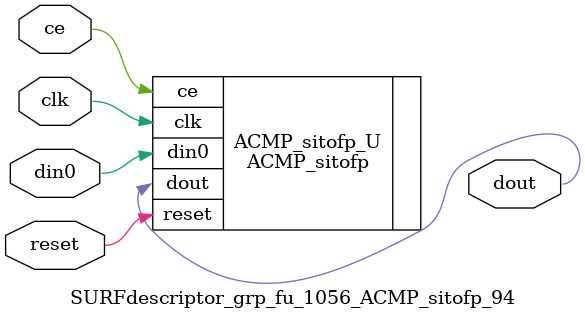
<source format=v>

`timescale 1 ns / 1 ps
module SURFdescriptor_grp_fu_1056_ACMP_sitofp_94(
    clk,
    reset,
    ce,
    din0,
    dout);

parameter ID = 32'd1;
parameter NUM_STAGE = 32'd1;
parameter din0_WIDTH = 32'd1;
parameter dout_WIDTH = 32'd1;
input clk;
input reset;
input ce;
input[din0_WIDTH - 1:0] din0;
output[dout_WIDTH - 1:0] dout;



ACMP_sitofp #(
.ID( ID ),
.NUM_STAGE( 4 ),
.din0_WIDTH( din0_WIDTH ),
.dout_WIDTH( dout_WIDTH ))
ACMP_sitofp_U(
    .clk( clk ),
    .reset( reset ),
    .ce( ce ),
    .din0( din0 ),
    .dout( dout ));

endmodule

</source>
